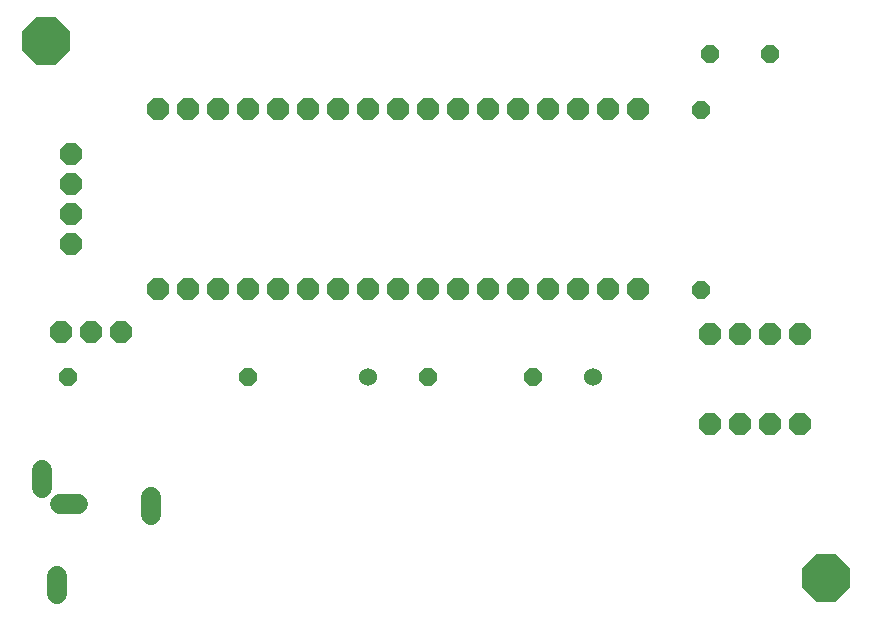
<source format=gbr>
G04 EAGLE Gerber RS-274X export*
G75*
%MOMM*%
%FSLAX34Y34*%
%LPD*%
%INSoldermask Top*%
%IPPOS*%
%AMOC8*
5,1,8,0,0,1.08239X$1,22.5*%
G01*
%ADD10P,1.951982X8X22.500000*%
%ADD11C,1.524000*%
%ADD12P,1.649562X8X22.500000*%
%ADD13P,1.649562X8X202.500000*%
%ADD14C,1.711200*%
%ADD15P,1.649562X8X112.500000*%
%ADD16P,4.343848X8X22.500000*%


D10*
X108200Y253600D03*
D11*
X317100Y215500D03*
D12*
X367900Y215500D03*
D11*
X507600Y215500D03*
D13*
X456800Y215500D03*
X657700Y489100D03*
X606900Y489100D03*
D10*
X606900Y175100D03*
X632300Y175100D03*
X683100Y251300D03*
X657700Y251300D03*
X657700Y175100D03*
X683100Y175100D03*
X632300Y251300D03*
X606900Y251300D03*
D14*
X133900Y113440D02*
X133900Y98360D01*
X40900Y121360D02*
X40900Y136440D01*
X53900Y46440D02*
X53900Y31360D01*
X56360Y107900D02*
X71440Y107900D01*
D10*
X57400Y253600D03*
D13*
X215500Y215500D03*
X63100Y215500D03*
D15*
X599400Y289300D03*
X599400Y441700D03*
D10*
X82800Y253600D03*
X139300Y289400D03*
X164700Y289400D03*
X190100Y289400D03*
X215500Y289400D03*
X240900Y289400D03*
X291700Y289400D03*
X317100Y289400D03*
X342500Y289400D03*
X367900Y289400D03*
X393300Y289400D03*
X418700Y289400D03*
X444100Y289400D03*
X469500Y289400D03*
X494900Y289400D03*
X545700Y289400D03*
X266300Y289400D03*
X520300Y289400D03*
X139300Y441800D03*
X164700Y441800D03*
X240900Y441800D03*
X266300Y441800D03*
X291700Y441800D03*
X317100Y441800D03*
X342500Y441800D03*
X367900Y441800D03*
X393300Y441800D03*
X418700Y441800D03*
X444100Y441800D03*
X494900Y441800D03*
X520300Y441800D03*
X545700Y441800D03*
X190100Y441800D03*
X215500Y441800D03*
X469500Y441800D03*
X65400Y378300D03*
X65400Y403700D03*
X65400Y327500D03*
X65400Y352900D03*
D16*
X45000Y500000D03*
X705000Y45000D03*
M02*

</source>
